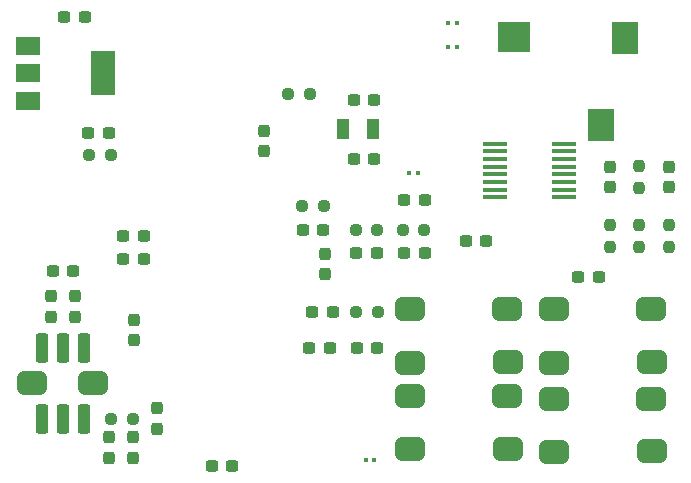
<source format=gbr>
%TF.GenerationSoftware,KiCad,Pcbnew,6.0.7+dfsg-1build1*%
%TF.CreationDate,2022-11-20T16:40:00+09:00*%
%TF.ProjectId,FM_Transciver,464d5f54-7261-46e7-9363-697665722e6b,rev?*%
%TF.SameCoordinates,Original*%
%TF.FileFunction,Paste,Top*%
%TF.FilePolarity,Positive*%
%FSLAX46Y46*%
G04 Gerber Fmt 4.6, Leading zero omitted, Abs format (unit mm)*
G04 Created by KiCad (PCBNEW 6.0.7+dfsg-1build1) date 2022-11-20 16:40:00*
%MOMM*%
%LPD*%
G01*
G04 APERTURE LIST*
G04 Aperture macros list*
%AMRoundRect*
0 Rectangle with rounded corners*
0 $1 Rounding radius*
0 $2 $3 $4 $5 $6 $7 $8 $9 X,Y pos of 4 corners*
0 Add a 4 corners polygon primitive as box body*
4,1,4,$2,$3,$4,$5,$6,$7,$8,$9,$2,$3,0*
0 Add four circle primitives for the rounded corners*
1,1,$1+$1,$2,$3*
1,1,$1+$1,$4,$5*
1,1,$1+$1,$6,$7*
1,1,$1+$1,$8,$9*
0 Add four rect primitives between the rounded corners*
20,1,$1+$1,$2,$3,$4,$5,0*
20,1,$1+$1,$4,$5,$6,$7,0*
20,1,$1+$1,$6,$7,$8,$9,0*
20,1,$1+$1,$8,$9,$2,$3,0*%
G04 Aperture macros list end*
%ADD10RoundRect,0.237500X-0.237500X0.300000X-0.237500X-0.300000X0.237500X-0.300000X0.237500X0.300000X0*%
%ADD11RoundRect,0.237500X-0.300000X-0.237500X0.300000X-0.237500X0.300000X0.237500X-0.300000X0.237500X0*%
%ADD12RoundRect,0.237500X-0.250000X-0.237500X0.250000X-0.237500X0.250000X0.237500X-0.250000X0.237500X0*%
%ADD13R,2.200000X2.800000*%
%ADD14R,2.800000X2.600000*%
%ADD15RoundRect,0.237500X0.300000X0.237500X-0.300000X0.237500X-0.300000X-0.237500X0.300000X-0.237500X0*%
%ADD16RoundRect,0.067500X-0.137500X-0.067500X0.137500X-0.067500X0.137500X0.067500X-0.137500X0.067500X0*%
%ADD17RoundRect,0.275000X0.275000X0.975000X-0.275000X0.975000X-0.275000X-0.975000X0.275000X-0.975000X0*%
%ADD18RoundRect,0.275000X-0.275000X-0.975000X0.275000X-0.975000X0.275000X0.975000X-0.275000X0.975000X0*%
%ADD19RoundRect,0.500000X0.750000X0.500000X-0.750000X0.500000X-0.750000X-0.500000X0.750000X-0.500000X0*%
%ADD20R,2.000000X0.400000*%
%ADD21RoundRect,0.500000X-0.750000X-0.500000X0.750000X-0.500000X0.750000X0.500000X-0.750000X0.500000X0*%
%ADD22RoundRect,0.237500X0.250000X0.237500X-0.250000X0.237500X-0.250000X-0.237500X0.250000X-0.237500X0*%
%ADD23RoundRect,0.067500X0.137500X0.067500X-0.137500X0.067500X-0.137500X-0.067500X0.137500X-0.067500X0*%
%ADD24R,2.000000X1.500000*%
%ADD25R,2.000000X3.800000*%
%ADD26RoundRect,0.237500X0.237500X-0.300000X0.237500X0.300000X-0.237500X0.300000X-0.237500X-0.300000X0*%
%ADD27RoundRect,0.237500X-0.237500X0.250000X-0.237500X-0.250000X0.237500X-0.250000X0.237500X0.250000X0*%
%ADD28RoundRect,0.237500X0.237500X-0.250000X0.237500X0.250000X-0.237500X0.250000X-0.237500X-0.250000X0*%
%ADD29R,1.000000X1.800000*%
%ADD30RoundRect,0.237500X0.237500X-0.287500X0.237500X0.287500X-0.237500X0.287500X-0.237500X-0.287500X0*%
G04 APERTURE END LIST*
D10*
%TO.C,C8*%
X57454000Y-66589500D03*
X57454000Y-68314500D03*
%TD*%
D11*
%TO.C,C14*%
X71837500Y-49000000D03*
X73562500Y-49000000D03*
%TD*%
D12*
%TO.C,R4*%
X71787500Y-47000000D03*
X73612500Y-47000000D03*
%TD*%
D13*
%TO.C,J1*%
X99100000Y-32750000D03*
D14*
X89700000Y-32650000D03*
D13*
X97100000Y-40150000D03*
%TD*%
D15*
%TO.C,C21*%
X74107500Y-59000000D03*
X72382500Y-59000000D03*
%TD*%
D12*
%TO.C,R5*%
X80287500Y-49000000D03*
X82112500Y-49000000D03*
%TD*%
D16*
%TO.C,L5*%
X84137500Y-33500000D03*
X84862500Y-33500000D03*
%TD*%
D17*
%TO.C,L1*%
X49700000Y-59000000D03*
X51500000Y-59000000D03*
D18*
X53300000Y-59000000D03*
D17*
X53300000Y-65000000D03*
X51500000Y-65000000D03*
X49700000Y-65000000D03*
D19*
X54100000Y-62000000D03*
X48900000Y-62000000D03*
%TD*%
D11*
%TO.C,C24*%
X80425000Y-46500000D03*
X82150000Y-46500000D03*
%TD*%
%TO.C,C1*%
X53658400Y-40856000D03*
X55383400Y-40856000D03*
%TD*%
D20*
%TO.C,U5*%
X88100000Y-41725000D03*
X88100000Y-42375000D03*
X88100000Y-43025000D03*
X88100000Y-43675000D03*
X88100000Y-44325000D03*
X88100000Y-44975000D03*
X88100000Y-45625000D03*
X88100000Y-46275000D03*
X93900000Y-46275000D03*
X93900000Y-45625000D03*
X93900000Y-44975000D03*
X93900000Y-44325000D03*
X93900000Y-43675000D03*
X93900000Y-43025000D03*
X93900000Y-42375000D03*
X93900000Y-41725000D03*
%TD*%
D21*
%TO.C,SW2*%
X93092000Y-60250000D03*
X93092000Y-55750000D03*
X101392000Y-60200000D03*
X101292000Y-55750000D03*
%TD*%
D11*
%TO.C,C4*%
X50637500Y-52500000D03*
X52362500Y-52500000D03*
%TD*%
D21*
%TO.C,SW3*%
X80900000Y-60250000D03*
X80900000Y-55750000D03*
X89100000Y-55750000D03*
X89200000Y-60200000D03*
%TD*%
D11*
%TO.C,C25*%
X85637500Y-50000000D03*
X87362500Y-50000000D03*
%TD*%
D10*
%TO.C,C10*%
X68500000Y-40637500D03*
X68500000Y-42362500D03*
%TD*%
%TO.C,C12*%
X59500000Y-64137500D03*
X59500000Y-65862500D03*
%TD*%
D11*
%TO.C,C26*%
X76382500Y-59000000D03*
X78107500Y-59000000D03*
%TD*%
D16*
%TO.C,L4*%
X84137500Y-31500000D03*
X84862500Y-31500000D03*
%TD*%
D22*
%TO.C,R2*%
X55545400Y-42716000D03*
X53720400Y-42716000D03*
%TD*%
D23*
%TO.C,L3*%
X81562500Y-44200000D03*
X80837500Y-44200000D03*
%TD*%
D12*
%TO.C,R1*%
X55587500Y-65000000D03*
X57412500Y-65000000D03*
%TD*%
D24*
%TO.C,U2*%
X48576900Y-33476000D03*
X48576900Y-35776000D03*
D25*
X54876900Y-35776000D03*
D24*
X48576900Y-38076000D03*
%TD*%
D10*
%TO.C,C29*%
X97800000Y-43675000D03*
X97800000Y-45400000D03*
%TD*%
D15*
%TO.C,C17*%
X74362500Y-56000000D03*
X72637500Y-56000000D03*
%TD*%
%TO.C,C13*%
X65862500Y-69000000D03*
X64137500Y-69000000D03*
%TD*%
D26*
%TO.C,C5*%
X50500000Y-56362500D03*
X50500000Y-54637500D03*
%TD*%
D27*
%TO.C,R9*%
X97800000Y-48625000D03*
X97800000Y-50450000D03*
%TD*%
D11*
%TO.C,C22*%
X80425000Y-51000000D03*
X82150000Y-51000000D03*
%TD*%
D10*
%TO.C,C2*%
X52500000Y-54637500D03*
X52500000Y-56362500D03*
%TD*%
D27*
%TO.C,R10*%
X100300000Y-43625000D03*
X100300000Y-45450000D03*
%TD*%
D15*
%TO.C,C19*%
X77862500Y-43000000D03*
X76137500Y-43000000D03*
%TD*%
D10*
%TO.C,C15*%
X73700000Y-51035000D03*
X73700000Y-52760000D03*
%TD*%
D26*
%TO.C,C9*%
X57500000Y-58362500D03*
X57500000Y-56637500D03*
%TD*%
D12*
%TO.C,R6*%
X76287500Y-49000000D03*
X78112500Y-49000000D03*
%TD*%
D15*
%TO.C,C6*%
X58362500Y-49500000D03*
X56637500Y-49500000D03*
%TD*%
D12*
%TO.C,R3*%
X70587500Y-37500000D03*
X72412500Y-37500000D03*
%TD*%
D27*
%TO.C,R8*%
X100300000Y-48625000D03*
X100300000Y-50450000D03*
%TD*%
D22*
%TO.C,R7*%
X78157500Y-56000000D03*
X76332500Y-56000000D03*
%TD*%
D28*
%TO.C,R11*%
X102800000Y-50450000D03*
X102800000Y-48625000D03*
%TD*%
D16*
%TO.C,L2*%
X77862500Y-68500000D03*
X77137500Y-68500000D03*
%TD*%
D15*
%TO.C,C7*%
X58362500Y-51500000D03*
X56637500Y-51500000D03*
%TD*%
%TO.C,C11*%
X53362500Y-31000000D03*
X51637500Y-31000000D03*
%TD*%
D11*
%TO.C,C16*%
X76137500Y-38000000D03*
X77862500Y-38000000D03*
%TD*%
D29*
%TO.C,U4*%
X75250000Y-40500000D03*
X77750000Y-40500000D03*
%TD*%
D11*
%TO.C,C23*%
X76337500Y-51000000D03*
X78062500Y-51000000D03*
%TD*%
D21*
%TO.C,SW4*%
X93092000Y-67798000D03*
X93092000Y-63298000D03*
X101292000Y-63298000D03*
X101392000Y-67748000D03*
%TD*%
D30*
%TO.C,D1*%
X102800000Y-45412500D03*
X102800000Y-43662500D03*
%TD*%
D10*
%TO.C,C3*%
X55454000Y-66589500D03*
X55454000Y-68314500D03*
%TD*%
D11*
%TO.C,C20*%
X95137500Y-53000000D03*
X96862500Y-53000000D03*
%TD*%
D21*
%TO.C,SW5*%
X80900000Y-63080000D03*
X80900000Y-67580000D03*
X89200000Y-67530000D03*
X89100000Y-63080000D03*
%TD*%
M02*

</source>
